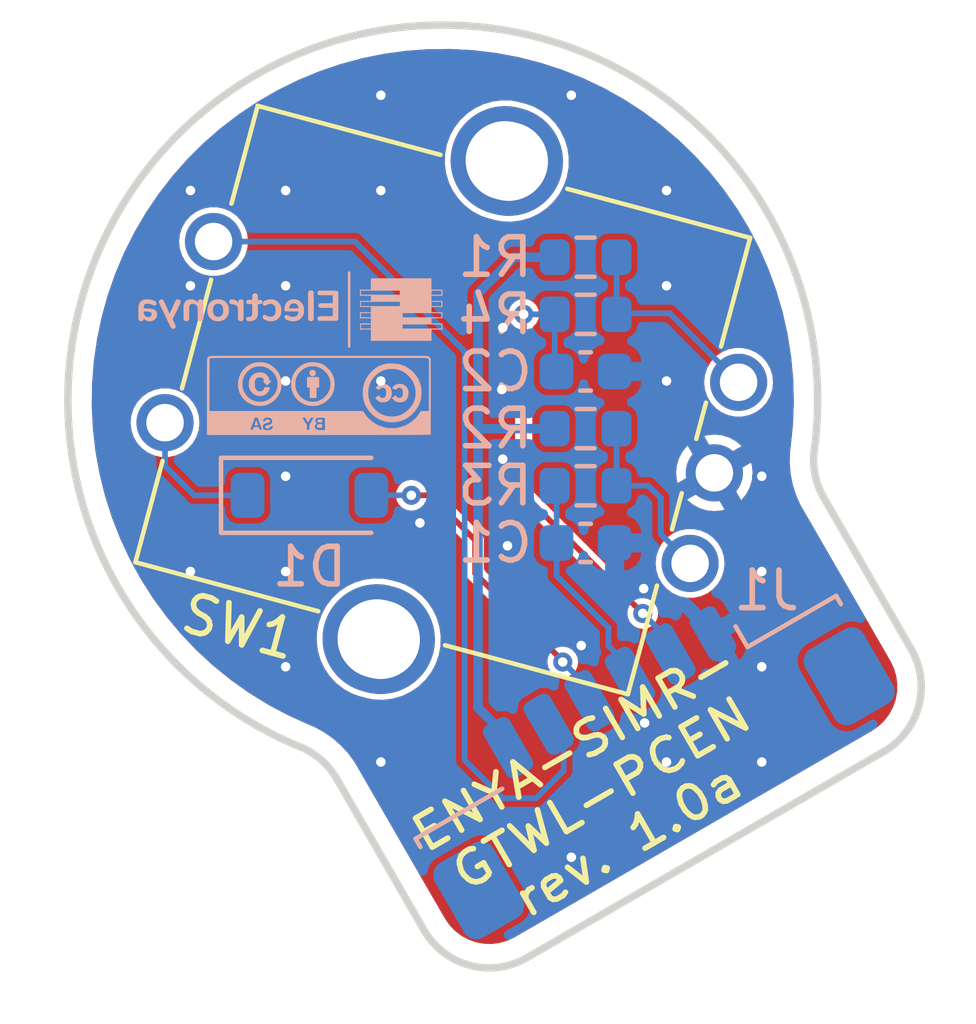
<source format=kicad_pcb>
(kicad_pcb (version 20221018) (generator pcbnew)
  (title_block (title "DIY GT Wheel Encoder Board") (date "2023-06-30") (rev "1.0a") (company "Electronya") (comment 1 "ENYA-SIMR-GTWL-PCEN"))
  (layers (0 "F.Cu" mixed "Signal.GND.1") (31 "B.Cu" mixed "Signal.GND.2") (34 "B.Paste" user) (35 "F.Paste" user) (36 "B.SilkS" user "B.Silkscreen") (37 "F.SilkS" user "F.Silkscreen") (38 "B.Mask" user) (39 "F.Mask" user) (44 "Edge.Cuts" user))
  (net 0 "")
  (net 1 "/ENC_A")
  (net 2 "GND")
  (net 3 "/ENC_B")
  (net 4 "/BTN_ROW")
  (net 5 "Net-(D1-K)")
  (net 6 "+3.3V")
  (net 7 "/BTN_COL")
  (net 8 "Net-(R1-Pad2)")
  (net 9 "Net-(R2-Pad2)")
  (footprint "ENYA_Encoder:PEC11H_Switch_Vertical" (layer "F.Cu") (at 217.551 123.063 75)
    (fp_text reference "SW1" (at -7.239 -3.683 165) (layer "F.SilkS"))
    (fp_text value "PEC11H-4015F-S0016" hide)
    (pad "A" thru_hole circle locked (at -2.5 7.5 75) (size 1.524 1.524) (drill 1) (layers "*.Cu" "*.Mask") (net 9 "Net-(R2-Pad2)"))
    (pad "B" thru_hole circle locked (at 2.5 7.5 75) (size 1.524 1.524) (drill 1) (layers "*.Cu" "*.Mask") (net 8 "Net-(R1-Pad2)"))
    (pad "C" thru_hole circle locked (at 0 7.5 75) (size 1.524 1.524) (drill 1) (layers "*.Cu" "*.Mask") (net 2 "GND"))
    (pad "S1" thru_hole circle locked (at -2.5 -7 75) (size 1.524 1.524) (drill 1) (layers "*.Cu" "*.Mask") (net 5 "Net-(D1-K)"))
    (pad "S2" thru_hole circle locked (at 2.5 -7 75) (size 1.524 1.524) (drill 1) (layers "*.Cu" "*.Mask") (net 7 "/BTN_COL"))
    (pad "SH" thru_hole oval locked (at -6.6 0 75) (size 2.9 3) (drill oval 2.1 2.2) (layers "*.Cu" "*.Mask"))
    (pad "SH" thru_hole oval locked (at 6.6 0 75) (size 2.9 3) (drill oval 2.1 2.2) (layers "*.Cu" "*.Mask"))
  )
  (footprint "Resistor_SMD:R_0603_1608Metric" (layer "B.Cu") (at 221.361 125.349)
    (fp_text reference "R3" (at -2.413 0) (layer "B.SilkS") (effects (justify mirror)))
    (fp_text value "10K_0603_100MW" hide)
    (pad "1" smd roundrect (at -0.825 0) (size 0.8 0.95) (layers "B.Cu" "B.Paste" "B.Mask") (net 1 "/ENC_A"))
    (pad "2" smd roundrect (at 0.825 0) (size 0.8 0.95) (layers "B.Cu" "B.Paste" "B.Mask") (net 9 "Net-(R2-Pad2)"))
  )
  (footprint "Diode_SMD:D_SOD-123" (layer "B.Cu") (at 213.995 125.603)
    (fp_text reference "D1" (at 0 1.905) (layer "B.SilkS") (effects (justify mirror)))
    (fp_text value "1N4148W-7-F" hide)
    (pad "1" smd roundrect (at -1.65 0) (size 0.9 1.2) (layers "B.Cu" "B.Paste" "B.Mask") (net 5 "Net-(D1-K)"))
    (pad "2" smd roundrect (at 1.65 0) (size 0.9 1.2) (layers "B.Cu" "B.Paste" "B.Mask") (net 4 "/BTN_ROW"))
  )
  (footprint "ENYA_Bitmap:Electronya_Logo_8MM" (layer "B.Cu") (at 213.487 120.65 180)
    (fp_text reference "G1" hide)
    (fp_text value "Electronya_Logo" hide)
  )
  (footprint "Resistor_SMD:R_0603_1608Metric" (layer "B.Cu") (at 221.361 120.777)
    (fp_text reference "R4" (at -2.413 0) (layer "B.SilkS") (effects (justify mirror)))
    (fp_text value "10K_0603_100MW" hide)
    (pad "1" smd roundrect (at -0.825 0) (size 0.8 0.95) (layers "B.Cu" "B.Paste" "B.Mask") (net 3 "/ENC_B"))
    (pad "2" smd roundrect (at 0.825 0) (size 0.8 0.95) (layers "B.Cu" "B.Paste" "B.Mask") (net 8 "Net-(R1-Pad2)"))
  )
  (footprint "Capacitor_SMD:C_0603_1608Metric" (layer "B.Cu") (at 221.361 122.301)
    (fp_text reference "C2" (at -2.413 0) (layer "B.SilkS") (effects (justify mirror)))
    (fp_text value "10nF_CER_0603_50V" hide)
    (pad "1" smd roundrect (at -0.775 0) (size 0.9 0.95) (layers "B.Cu" "B.Paste" "B.Mask") (net 3 "/ENC_B"))
    (pad "2" smd roundrect (at 0.775 0) (size 0.9 0.95) (layers "B.Cu" "B.Paste" "B.Mask") (net 2 "GND"))
  )
  (footprint "ENYA_Bitmap:CC-BY-SA_6MM" (layer "B.Cu") (at 214.249 122.936 180)
    (fp_text reference "G2" hide)
    (fp_text value "CC-BY-SA_Logo" hide)
  )
  (footprint "Resistor_SMD:R_0603_1608Metric" (layer "B.Cu") (at 221.361 119.253)
    (fp_text reference "R1" (at -2.413 0) (layer "B.SilkS") (effects (justify mirror)))
    (fp_text value "10K_0603_100MW" hide)
    (pad "1" smd roundrect (at -0.825 0) (size 0.8 0.95) (layers "B.Cu" "B.Paste" "B.Mask") (net 6 "+3.3V"))
    (pad "2" smd roundrect (at 0.825 0) (size 0.8 0.95) (layers "B.Cu" "B.Paste" "B.Mask") (net 8 "Net-(R1-Pad2)"))
  )
  (footprint "ENYA_Connector_PicoBlade:PICO_BLADE_53261_1x6_SMD_RA_1.25MM" (layer "B.Cu") (at 223.451 133.2821 -150)
    (fp_text reference "J1" (at -4.938996 3.082591 180) (layer "B.SilkS") (effects (justify mirror)))
    (fp_text value "PICO_BLADE_1x6_MALE_RA_SMD" hide)
    (pad "1" smd roundrect locked (at -3.125 2.8 210) (size 0.8 1.4) (layers "B.Cu" "B.Paste" "B.Mask") (net 2 "GND"))
    (pad "2" smd roundrect locked (at -1.875 2.9 210) (size 0.8 1.6) (layers "B.Cu" "B.Paste" "B.Mask") (net 3 "/ENC_B"))
    (pad "3" smd roundrect locked (at -0.625 2.9 210) (size 0.8 1.6) (layers "B.Cu" "B.Paste" "B.Mask") (net 1 "/ENC_A"))
    (pad "4" smd roundrect locked (at 0.615 2.9 210) (size 0.8 1.6) (layers "B.Cu" "B.Paste" "B.Mask") (net 4 "/BTN_ROW"))
    (pad "5" smd roundrect locked (at 1.875 2.9 210) (size 0.8 1.6) (layers "B.Cu" "B.Paste" "B.Mask") (net 7 "/BTN_COL"))
    (pad "6" smd roundrect locked (at 3.125 2.9 210) (size 0.8 1.6) (layers "B.Cu" "B.Paste" "B.Mask") (net 6 "+3.3V"))
    (pad "MP" smd roundrect locked (at -5.705 0 210) (size 1.8 2.3) (layers "B.Cu" "B.Paste" "B.Mask") (roundrect_rratio 0.2083327778))
    (pad "MP" smd roundrect locked (at 5.705 0 210) (size 1.8 2.3) (layers "B.Cu" "B.Paste" "B.Mask") (roundrect_rratio 0.2083327778))
  )
  (footprint "Capacitor_SMD:C_0603_1608Metric" (layer "B.Cu") (at 221.361 126.873)
    (fp_text reference "C1" (at -2.413 0) (layer "B.SilkS") (effects (justify mirror)))
    (fp_text value "10nF_CER_0603_50V" hide)
    (pad "1" smd roundrect (at -0.775 0) (size 0.9 0.95) (layers "B.Cu" "B.Paste" "B.Mask") (net 1 "/ENC_A"))
    (pad "2" smd roundrect (at 0.775 0) (size 0.9 0.95) (layers "B.Cu" "B.Paste" "B.Mask") (net 2 "GND"))
  )
  (footprint "Resistor_SMD:R_0603_1608Metric" (layer "B.Cu") (at 221.361 123.825)
    (fp_text reference "R2" (at -2.413 0) (layer "B.SilkS") (effects (justify mirror)))
    (fp_text value "10K_0603_100MW" hide)
    (pad "1" smd roundrect (at -0.825 0) (size 0.8 0.95) (layers "B.Cu" "B.Paste" "B.Mask") (net 6 "+3.3V"))
    (pad "2" smd roundrect (at 0.825 0) (size 0.8 0.95) (layers "B.Cu" "B.Paste" "B.Mask") (net 9 "Net-(R2-Pad2)"))
  )
  (gr_line (start 230.046191 129.705305) (end 227.71191 125.662212) (stroke (width 0.2)) (layer "Edge.Cuts"))
  (gr_line (start 214.721529 133.162212) (end 217.055809 137.205305) (stroke (width 0.2)) (layer "Edge.Cuts"))
  (gr_line (start 219.78786 137.937356) (end 229.31414 132.437356) (stroke (width 0.2)) (layer "Edge.Cuts"))
  (gr_arc (start 213.749732 132.312344) (mid 214.306088 132.656712) (end 214.721529 133.162212) (stroke (width 0.2)) (layer "Edge.Cuts"))
  (gr_arc (start 219.78786 137.937356) (mid 218.270222 138.137157) (end 217.055809 137.205305) (stroke (width 0.2)) (layer "Edge.Cuts"))
  (gr_arc (start 230.046191 129.705305) (mid 230.245962 131.222927) (end 229.31414 132.437356) (stroke (width 0.2)) (layer "Edge.Cuts"))
  (gr_arc (start 213.749732 132.312344) (mid 212.550999 114.40274) (end 227.461801 124.395677) (stroke (width 0.2)) (layer "Edge.Cuts"))
  (gr_arc (start 227.71191 125.662212) (mid 227.481851 125.04968) (end 227.461801 124.395677) (stroke (width 0.2)) (layer "Edge.Cuts"))
  (gr_text "ENYA-SIMR-\nGTWL-PCEN\nrev. 1.0a" (at 222.758 135.255 30) (layer "F.SilkS") (effects (font (size 0.889 0.99949)) (justify bottom)))
  (segment (start 221.9706 129.6162) (end 221.9706 129.1336) (width 0.1524) (layer "B.Cu") (net 1))
  (segment (start 220.586 125.399) (end 220.536 125.349) (width 0.1524) (layer "B.Cu") (net 1))
  (segment (start 221.9706 129.1336) (end 220.586 127.749) (width 0.1524) (layer "B.Cu") (net 1))
  (segment (start 222.542266 130.458126) (end 222.542266 130.187866) (width 0.1524) (layer "B.Cu") (net 1))
  (segment (start 220.586 127.749) (end 220.586 126.873) (width 0.1524) (layer "B.Cu") (net 1))
  (segment (start 220.586 126.873) (end 220.586 125.399) (width 0.1524) (layer "B.Cu") (net 1))
  (segment (start 222.542266 130.187866) (end 221.9706 129.6162) (width 0.1524) (layer "B.Cu") (net 1))
  (via (at 219.2782 126.9492) (size 0.508) (drill 0.254) (layers "F.Cu" "B.Cu") (net 2))
  (via (at 219.1512 124.6378) (size 0.508) (drill 0.254) (layers "F.Cu" "B.Cu") (net 2))
  (via (at 223.52 122.555) (size 0.508) (drill 0.254) (layers "F.Cu" "B.Cu") (net 2))
  (via (at 215.9 114.935) (size 0.508) (drill 0.254) (layers "F.Cu" "B.Cu") (net 2))
  (via (at 213.36 120.015) (size 0.508) (drill 0.254) (layers "F.Cu" "B.Cu") (net 2))
  (via (at 216.9414 126.3396) (size 0.508) (drill 0.254) (layers "F.Cu" "B.Cu") (net 2))
  (via (at 220.98 135.255) (size 0.508) (drill 0.254) (layers "F.Cu" "B.Cu") (net 2))
  (via (at 210.82 127.635) (size 0.508) (drill 0.254) (layers "F.Cu" "B.Cu") (net 2))
  (via (at 213.36 127.635) (size 0.508) (drill 0.254) (layers "F.Cu" "B.Cu") (net 2))
  (via (at 226.06 132.715) (size 0.508) (drill 0.254) (layers "F.Cu" "B.Cu") (net 2))
  (via (at 223.52 132.715) (size 0.508) (drill 0.254) (layers "F.Cu" "B.Cu") (net 2))
  (via (at 226.06 127.635) (size 0.508) (drill 0.254) (layers "F.Cu" "B.Cu") (net 2))
  (via (at 210.82 117.475) (size 0.508) (drill 0.254) (layers "F.Cu" "B.Cu") (net 2))
  (via (at 213.36 117.475) (size 0.508) (drill 0.254) (layers "F.Cu" "B.Cu") (net 2))
  (via (at 223.52 120.015) (size 0.508) (drill 0.254) (layers "F.Cu" "B.Cu") (net 2))
  (via (at 219.1258 122.7836) (size 0.508) (drill 0.254) (layers "F.Cu" "B.Cu") (net 2))
  (via (at 222.9358 131.6736) (size 0.508) (drill 0.254) (layers "F.Cu" "B.Cu") (net 2))
  (via (at 215.9 117.475) (size 0.508) (drill 0.254) (layers "F.Cu" "B.Cu") (net 2))
  (via (at 215.9 122.555) (size 0.508) (drill 0.254) (layers "F.Cu" "B.Cu") (net 2))
  (via (at 220.98 114.935) (size 0.508) (drill 0.254) (layers "F.Cu" "B.Cu") (net 2))
  (via (at 219.1512 121.1326) (size 0.508) (drill 0.254) (layers "F.Cu" "B.Cu") (net 2))
  (via (at 215.9 132.715) (size 0.508) (drill 0.254) (layers "F.Cu" "B.Cu") (net 2))
  (via (at 226.06 125.095) (size 0.508) (drill 0.254) (layers "F.Cu" "B.Cu") (net 2))
  (via (at 213.36 130.175) (size 0.508) (drill 0.254) (layers "F.Cu" "B.Cu") (net 2))
  (via (at 210.82 120.015) (size 0.508) (drill 0.254) (layers "F.Cu" "B.Cu") (net 2))
  (via (at 213.36 125.095) (size 0.508) (drill 0.254) (layers "F.Cu" "B.Cu") (net 2))
  (via (at 222.9104 128.0922) (size 0.508) (drill 0.254) (layers "F.Cu" "B.Cu") (net 2))
  (via (at 221.244338 129.609272) (size 0.508) (drill 0.254) (layers "F.Cu" "B.Cu") (net 2))
  (via (at 223.52 117.475) (size 0.508) (drill 0.254) (layers "F.Cu" "B.Cu") (net 2))
  (via (at 226.06 130.175) (size 0.508) (drill 0.254) (layers "F.Cu" "B.Cu") (net 2))
  (via (at 213.36 122.555) (size 0.508) (drill 0.254) (layers "F.Cu" "B.Cu") (net 2))
  (segment (start 224.023203 128.524) (end 223.5962 128.524) (width 0.381) (layer "B.Cu") (net 2))
  (segment (start 224.707329 129.208126) (end 224.023203 128.524) (width 0.381) (layer "B.Cu") (net 2))
  (segment (start 222.885 128.7526) (end 219.71 125.5776) (width 0.1524) (layer "F.Cu") (net 3))
  (segment (start 219.71 125.5776) (end 219.71 120.777) (width 0.1524) (layer "F.Cu") (net 3))
  (via (at 219.71 120.777) (size 0.508) (drill 0.254) (layers "F.Cu" "B.Cu") (net 3))
  (via (at 222.885 128.7526) (size 0.508) (drill 0.254) (layers "F.Cu" "B.Cu") (net 3))
  (segment (start 223.624798 129.492398) (end 222.885 128.7526) (width 0.1524) (layer "B.Cu") (net 3))
  (segment (start 223.624798 129.833126) (end 223.624798 129.492398) (width 0.1524) (layer "B.Cu") (net 3))
  (segment (start 220.536 120.777) (end 220.536 122.251) (width 0.1524) (layer "B.Cu") (net 3))
  (segment (start 220.536 122.251) (end 220.586 122.301) (width 0.1524) (layer "B.Cu") (net 3))
  (segment (start 220.536 120.777) (end 219.71 120.777) (width 0.1524) (layer "B.Cu") (net 3))
  (segment (start 220.7514 130.0226) (end 218.4146 127.6858) (width 0.1524) (layer "F.Cu") (net 4))
  (segment (start 217.2208 125.603) (end 216.7128 125.603) (width 0.1524) (layer "F.Cu") (net 4))
  (segment (start 218.4146 127.6858) (end 218.4146 126.7968) (width 0.1524) (layer "F.Cu") (net 4))
  (segment (start 218.4146 126.7968) (end 217.2208 125.603) (width 0.1524) (layer "F.Cu") (net 4))
  (segment (start 220.7514 130.048) (end 220.7514 130.0226) (width 0.1524) (layer "F.Cu") (net 4))
  (via (at 220.7514 130.048) (size 0.508) (drill 0.254) (layers "F.Cu" "B.Cu") (net 4))
  (via (at 216.7128 125.603) (size 0.508) (drill 0.254) (layers "F.Cu" "B.Cu") (net 4))
  (segment (start 221.468394 130.764994) (end 221.468394 131.078126) (width 0.1524) (layer "B.Cu") (net 4))
  (segment (start 220.7514 130.048) (end 221.468394 130.764994) (width 0.1524) (layer "B.Cu") (net 4))
  (segment (start 216.7128 125.603) (end 215.645 125.603) (width 0.1524) (layer "B.Cu") (net 4))
  (segment (start 210.142472 124.823872) (end 210.142472 123.666081) (width 0.1524) (layer "B.Cu") (net 5))
  (segment (start 212.345 125.603) (end 210.9216 125.603) (width 0.1524) (layer "B.Cu") (net 5))
  (segment (start 210.9216 125.603) (end 210.142472 124.823872) (width 0.1524) (layer "B.Cu") (net 5))
  (segment (start 218.4908 120.2182) (end 219.456 119.253) (width 0.254) (layer "B.Cu") (net 6))
  (segment (start 218.4908 123.825) (end 218.4908 131.2672) (width 0.254) (layer "B.Cu") (net 6))
  (segment (start 219.294671 132.071071) (end 219.294671 132.333126) (width 0.254) (layer "B.Cu") (net 6))
  (segment (start 219.456 119.253) (end 220.536 119.253) (width 0.254) (layer "B.Cu") (net 6))
  (segment (start 218.4908 123.825) (end 218.4908 120.2182) (width 0.254) (layer "B.Cu") (net 6))
  (segment (start 220.536 123.825) (end 218.4908 123.825) (width 0.254) (layer "B.Cu") (net 6))
  (segment (start 218.4908 131.2672) (end 219.294671 132.071071) (width 0.254) (layer "B.Cu") (net 6))
  (segment (start 220.0402 133.6802) (end 220.7768 132.9436) (width 0.1524) (layer "B.Cu") (net 7))
  (segment (start 218.1352 132.6642) (end 219.1512 133.6802) (width 0.1524) (layer "B.Cu") (net 7))
  (segment (start 215.204052 118.836452) (end 218.1352 121.7676) (width 0.1524) (layer "B.Cu") (net 7))
  (segment (start 219.1512 133.6802) (end 220.0402 133.6802) (width 0.1524) (layer "B.Cu") (net 7))
  (segment (start 220.7768 132.107724) (end 220.377202 131.708126) (width 0.1524) (layer "B.Cu") (net 7))
  (segment (start 220.7768 132.9436) (end 220.7768 132.107724) (width 0.1524) (layer "B.Cu") (net 7))
  (segment (start 218.1352 121.7676) (end 218.1352 132.6642) (width 0.1524) (layer "B.Cu") (net 7))
  (segment (start 211.436567 118.836452) (end 215.204052 118.836452) (width 0.1524) (layer "B.Cu") (net 7))
  (segment (start 222.186 119.253) (end 222.186 120.777) (width 0.1524) (layer "B.Cu") (net 8))
  (segment (start 222.2114 120.7516) (end 222.186 120.777) (width 0.1524) (layer "B.Cu") (net 8))
  (segment (start 223.604763 120.7516) (end 222.2114 120.7516) (width 0.1524) (layer "B.Cu") (net 8))
  (segment (start 225.442491 122.589328) (end 223.604763 120.7516) (width 0.1524) (layer "B.Cu") (net 8))
  (segment (start 224.148396 127.418957) (end 223.3676 126.638161) (width 0.1524) (layer "B.Cu") (net 9))
  (segment (start 223.3676 126.638161) (end 223.3676 125.6792) (width 0.1524) (layer "B.Cu") (net 9))
  (segment (start 223.0374 125.349) (end 222.186 125.349) (width 0.1524) (layer "B.Cu") (net 9))
  (segment (start 223.3676 125.6792) (end 223.0374 125.349) (width 0.1524) (layer "B.Cu") (net 9))
  (segment (start 222.186 123.825) (end 222.186 125.349) (width 0.1524) (layer "B.Cu") (net 9))
  (zone (net 2) (net_name "GND") (layers "F&B.Cu") (connect_pads (clearance 0.1524)) (min_thickness 0.254) (fill yes (thermal_gap 0.254) (thermal_bridge_width 0.508) (smoothing fillet) (radius 0.635))
    (polygon (pts (xy 205.74 112.395) (xy 231.775 112.395) (xy 231.775 139.7) (xy 205.74 139.7)))
  )
)
</source>
